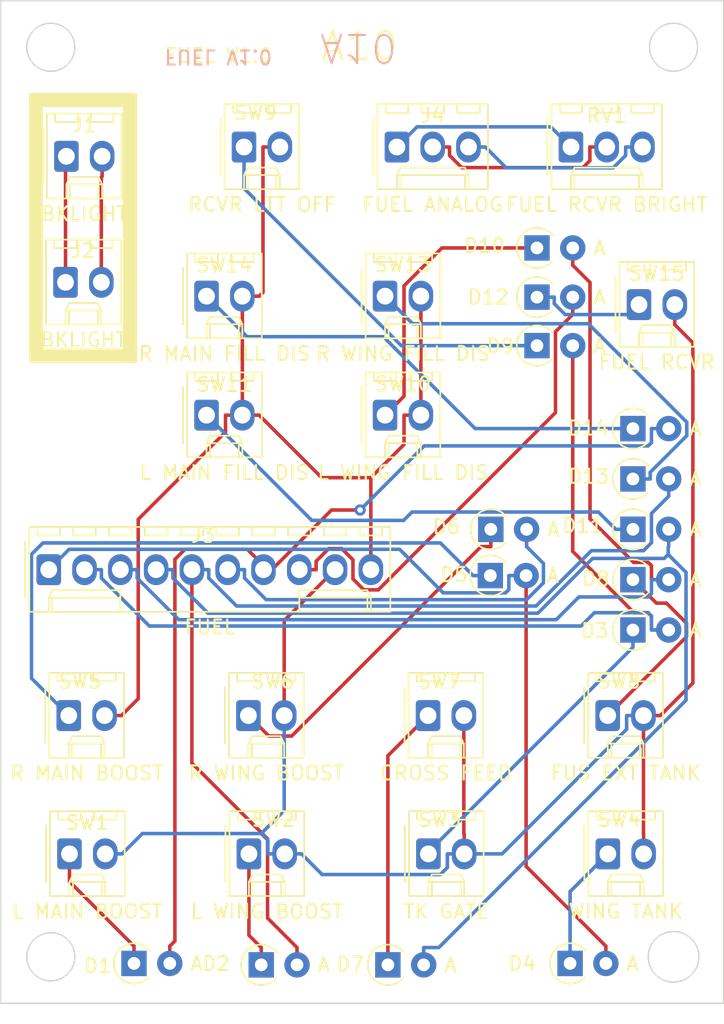
<source format=kicad_pcb>
(kicad_pcb (version 20221018) (generator pcbnew)
  (layers (0 "F.Cu" signal) (31 "B.Cu" signal) (34 "B.Paste" user) (35 "F.Paste" user) (36 "B.SilkS" user "B.Silkscreen") (37 "F.SilkS" user "F.Silkscreen") (38 "B.Mask" user) (39 "F.Mask" user) (44 "Edge.Cuts" user))
  (net 0 "")
  (net 1 "Net-(D2-K)")
  (net 2 "Net-(D1-K)")
  (net 3 "Net-(D4-K)")
  (net 4 "Net-(D6-K)")
  (net 5 "/COL6")
  (net 6 "Net-(D10-K)")
  (net 7 "Net-(D11-K)")
  (net 8 "/COL4")
  (net 9 "Net-(D3-K)")
  (net 10 "Net-(D12-K)")
  (net 11 "Net-(J1-Pin_1)")
  (net 12 "Net-(J1-Pin_2)")
  (net 13 "/ANALOG_5V")
  (net 14 "/COL1")
  (net 15 "/ANALOG_GND")
  (net 16 "/COL0")
  (net 17 "Net-(D5-K)")
  (net 18 "/COL5")
  (net 19 "Net-(D7-K)")
  (net 20 "/COL3")
  (net 21 "Net-(D8-K)")
  (net 22 "/COL2")
  (net 23 "Net-(D9-K)")
  (net 24 "/COL7")
  (net 25 "Net-(D13-K)")
  (net 26 "Net-(D14-K)")
  (net 27 "/ROW5")
  (net 28 "/ROW6")
  (net 29 "/RCVR_BRIGHT")
  (footprint "Connector_Molex:Molex_KK-254_AE-6410-02A_1x02_P2.54mm_Vertical" (layer "F.Cu") (at 133.07 73.53)
    (fp_text reference "SW10" (at 1.27 -2.21) (layer "F.SilkS"))
    (fp_text value "L WING FILL DIS" (at 1.27 4.08) (layer "F.SilkS"))
    (pad "1" thru_hole roundrect (at 0 0) (size 1.74 2.19) (drill 1.19) (layers "*.Cu" "*.Mask") (roundrect_rratio 0.1436781609) (net 6 "Net-(D10-K)"))
    (pad "2" thru_hole oval (at 2.54 0) (size 1.74 2.19) (drill 1.19) (layers "*.Cu" "*.Mask") (net 28 "/ROW6"))
  )
  (footprint "Diode_THT:D_A-405_P2.54mm_Vertical_AnodeUp" (layer "F.Cu") (at 146.2 112.42)
    (fp_text reference "D4" (at -3.405 0) (layer "F.SilkS"))
    (fp_text value "D")
    (fp_text user "A" (at 4.44 0) (layer "F.SilkS"))
    (pad "1" thru_hole rect (at 0 0) (size 1.8 1.8) (drill 0.9) (layers "*.Cu" "*.Mask") (net 3 "Net-(D4-K)"))
    (pad "2" thru_hole oval (at 2.54 0) (size 1.8 1.8) (drill 0.9) (layers "*.Cu" "*.Mask") (net 16 "/COL0"))
  )
  (footprint "Connector_Molex:Molex_KK-254_AE-6410-02A_1x02_P2.54mm_Vertical" (layer "F.Cu") (at 120.4 73.53)
    (fp_text reference "SW11" (at 1.27 -2.17) (layer "F.SilkS"))
    (fp_text value "L MAIN FILL DIS" (at 1.27 4.08) (layer "F.SilkS"))
    (pad "1" thru_hole roundrect (at 0 0) (size 1.74 2.19) (drill 1.19) (layers "*.Cu" "*.Mask") (roundrect_rratio 0.1436781609) (net 7 "Net-(D11-K)"))
    (pad "2" thru_hole oval (at 2.54 0) (size 1.74 2.19) (drill 1.19) (layers "*.Cu" "*.Mask") (net 28 "/ROW6"))
  )
  (footprint "Connector_Molex:Molex_KK-254_AE-6410-02A_1x02_P2.54mm_Vertical" (layer "F.Cu") (at 151.09 65.69)
    (fp_text reference "SW15" (at 1.26 -2.21) (layer "F.SilkS"))
    (fp_text value "FUEL RCVR" (at 1.27 4.08) (layer "F.SilkS"))
    (pad "1" thru_hole roundrect (at 0 0) (size 1.74 2.19) (drill 1.19) (layers "*.Cu" "*.Mask") (roundrect_rratio 0.1436781609) (net 10 "Net-(D12-K)"))
    (pad "2" thru_hole oval (at 2.54 0) (size 1.74 2.19) (drill 1.19) (layers "*.Cu" "*.Mask") (net 27 "/ROW5"))
  )
  (footprint "Connector_Molex:Molex_KK-254_AE-6410-02A_1x02_P2.54mm_Vertical" (layer "F.Cu") (at 123.37 94.84)
    (fp_text reference "SW6" (at 1.74 -2.43) (layer "F.SilkS"))
    (fp_text value "R WING BOOST" (at 1.27 4.08) (layer "F.SilkS"))
    (pad "1" thru_hole roundrect (at 0 0) (size 1.74 2.19) (drill 1.19) (layers "*.Cu" "*.Mask") (roundrect_rratio 0.1436781609) (net 4 "Net-(D6-K)"))
    (pad "2" thru_hole oval (at 2.54 0) (size 1.74 2.19) (drill 1.19) (layers "*.Cu" "*.Mask") (net 27 "/ROW5"))
  )
  (footprint "Connector_Molex:Molex_KK-254_AE-6410-02A_1x02_P2.54mm_Vertical" (layer "F.Cu") (at 123.06 54.51)
    (fp_text reference "SW9" (at 0.8 -2.43) (layer "F.SilkS"))
    (fp_text value "RCVR LTT OFF" (at 1.27 4.08) (layer "F.SilkS"))
    (pad "1" thru_hole roundrect (at 0 0) (size 1.74 2.19) (drill 1.19) (layers "*.Cu" "*.Mask") (roundrect_rratio 0.1436781609) (net 23 "Net-(D9-K)"))
    (pad "2" thru_hole oval (at 2.54 0) (size 1.74 2.19) (drill 1.19) (layers "*.Cu" "*.Mask") (net 28 "/ROW6"))
  )
  (footprint "Diode_THT:D_A-405_P2.54mm_Vertical_AnodeUp" (layer "F.Cu") (at 150.66 74.4838)
    (fp_text reference "D14" (at -3.17 -0.03) (layer "F.SilkS"))
    (fp_text value "D")
    (fp_text user "A" (at 4.44 0) (layer "F.SilkS"))
    (pad "1" thru_hole rect (at 0 0) (size 1.8 1.8) (drill 0.9) (layers "*.Cu" "*.Mask") (net 26 "Net-(D14-K)"))
    (pad "2" thru_hole oval (at 2.54 0) (size 1.8 1.8) (drill 0.9) (layers "*.Cu" "*.Mask") (net 5 "/COL6"))
  )
  (footprint "Connector_Molex:Molex_KK-254_AE-6410-03A_1x03_P2.54mm_Vertical" (layer "F.Cu") (at 133.91 54.51)
    (fp_text reference "J4" (at 2.54 -2.24) (layer "F.SilkS"))
    (fp_text value "FUEL ANALOG" (at 2.54 4.08) (layer "F.SilkS"))
    (pad "1" thru_hole roundrect (at 0 0) (size 1.74 2.19) (drill 1.19) (layers "*.Cu" "*.Mask") (roundrect_rratio 0.1436781609) (net 13 "/ANALOG_5V"))
    (pad "2" thru_hole oval (at 2.54 0) (size 1.74 2.19) (drill 1.19) (layers "*.Cu" "*.Mask") (net 29 "/RCVR_BRIGHT"))
    (pad "3" thru_hole oval (at 5.08 0) (size 1.74 2.19) (drill 1.19) (layers "*.Cu" "*.Mask") (net 15 "/ANALOG_GND"))
  )
  (footprint "Diode_THT:D_A-405_P2.54mm_Vertical_AnodeUp" (layer "F.Cu") (at 143.85 61.67)
    (fp_text reference "D10" (at -3.72 -0.17) (layer "F.SilkS"))
    (fp_text value "D")
    (fp_text user "A" (at 4.44 0) (layer "F.SilkS"))
    (pad "1" thru_hole rect (at 0 0) (size 1.8 1.8) (drill 0.9) (layers "*.Cu" "*.Mask") (net 6 "Net-(D10-K)"))
    (pad "2" thru_hole oval (at 2.54 0) (size 1.8 1.8) (drill 0.9) (layers "*.Cu" "*.Mask") (net 22 "/COL2"))
  )
  (footprint "Diode_THT:D_A-405_P2.54mm_Vertical_AnodeUp" (layer "F.Cu") (at 133.27 112.52)
    (fp_text reference "D7" (at -2.68 -0.05) (layer "F.SilkS"))
    (fp_text value "D")
    (fp_text user "A" (at 4.44 0) (layer "F.SilkS"))
    (pad "1" thru_hole rect (at 0 0) (size 1.8 1.8) (drill 0.9) (layers "*.Cu" "*.Mask") (net 19 "Net-(D7-K)"))
    (pad "2" thru_hole oval (at 2.54 0) (size 1.8 1.8) (drill 0.9) (layers "*.Cu" "*.Mask") (net 20 "/COL3"))
  )
  (footprint "Connector_Molex:Molex_KK-254_AE-6410-02A_1x02_P2.54mm_Vertical" (layer "F.Cu") (at 110.39 64.11)
    (fp_text reference "J2" (at 1.24 -2.24) (layer "F.SilkS"))
    (fp_text value "BKLIGHT" (at 1.27 4.08) (layer "F.SilkS"))
    (pad "1" thru_hole roundrect (at 0 0) (size 1.74 2.19) (drill 1.19) (layers "*.Cu" "*.Mask") (roundrect_rratio 0.1436781609) (net 11 "Net-(J1-Pin_1)"))
    (pad "2" thru_hole oval (at 2.54 0) (size 1.74 2.19) (drill 1.19) (layers "*.Cu" "*.Mask") (net 12 "Net-(J1-Pin_2)"))
  )
  (footprint "Connector_Molex:Molex_KK-254_AE-6410-02A_1x02_P2.54mm_Vertical" (layer "F.Cu") (at 133.07 65.09)
    (fp_text reference "SW13" (at 1.26 -2.22) (layer "F.SilkS"))
    (fp_text value "R WING FILL DIS" (at 1.27 4.08) (layer "F.SilkS"))
    (pad "1" thru_hole roundrect (at 0 0) (size 1.74 2.19) (drill 1.19) (layers "*.Cu" "*.Mask") (roundrect_rratio 0.1436781609) (net 25 "Net-(D13-K)"))
    (pad "2" thru_hole oval (at 2.54 0) (size 1.74 2.19) (drill 1.19) (layers "*.Cu" "*.Mask") (net 28 "/ROW6"))
  )
  (footprint "Diode_THT:D_A-405_P2.54mm_Vertical_AnodeUp" (layer "F.Cu") (at 150.66 81.6269)
    (fp_text reference "D11" (at -3.565 -0.25) (layer "F.SilkS"))
    (fp_text value "D")
    (fp_text user "A" (at 4.44 0) (layer "F.SilkS"))
    (pad "1" thru_hole rect (at 0 0) (size 1.8 1.8) (drill 0.9) (layers "*.Cu" "*.Mask") (net 7 "Net-(D11-K)"))
    (pad "2" thru_hole oval (at 2.54 0) (size 1.8 1.8) (drill 0.9) (layers "*.Cu" "*.Mask") (net 20 "/COL3"))
  )
  (footprint "Diode_THT:D_A-405_P2.54mm_Vertical_AnodeUp" (layer "F.Cu") (at 150.66 78.0553)
    (fp_text reference "D13" (at -3.14 -0.18) (layer "F.SilkS"))
    (fp_text value "D")
    (fp_text user "A" (at 4.44 0) (layer "F.SilkS"))
    (pad "1" thru_hole rect (at 0 0) (size 1.8 1.8) (drill 0.9) (layers "*.Cu" "*.Mask") (net 25 "Net-(D13-K)"))
    (pad "2" thru_hole oval (at 2.54 0) (size 1.8 1.8) (drill 0.9) (layers "*.Cu" "*.Mask") (net 8 "/COL4"))
  )
  (footprint "Diode_THT:D_A-405_P2.54mm_Vertical_AnodeUp" (layer "F.Cu") (at 143.85 65.16)
    (fp_text reference "D12" (at -3.46 0) (layer "F.SilkS"))
    (fp_text value "D")
    (fp_text user "A" (at 4.44 0) (layer "F.SilkS"))
    (pad "1" thru_hole rect (at 0 0) (size 1.8 1.8) (drill 0.9) (layers "*.Cu" "*.Mask") (net 10 "Net-(D12-K)"))
    (pad "2" thru_hole oval (at 2.54 0) (size 1.8 1.8) (drill 0.9) (layers "*.Cu" "*.Mask") (net 24 "/COL7"))
  )
  (footprint "Connector_Molex:Molex_KK-254_AE-6410-10A_1x10_P2.54mm_Vertical" (layer "F.Cu") (at 109.2 84.49)
    (fp_text reference "J3" (at 10.96 -2.43) (layer "F.SilkS"))
    (fp_text value "FUEL" (at 11.43 4.08) (layer "F.SilkS"))
    (pad "1" thru_hole roundrect (at 0 0) (size 1.74 2.19) (drill 1.19) (layers "*.Cu" "*.Mask") (roundrect_rratio 0.1436781609) (net 16 "/COL0"))
    (pad "2" thru_hole oval (at 2.54 0) (size 1.74 2.19) (drill 1.19) (layers "*.Cu" "*.Mask") (net 14 "/COL1"))
    (pad "3" thru_hole oval (at 5.08 0) (size 1.74 2.19) (drill 1.19) (layers "*.Cu" "*.Mask") (net 22 "/COL2"))
    (pad "4" thru_hole oval (at 7.62 0) (size 1.74 2.19) (drill 1.19) (layers "*.Cu" "*.Mask") (net 20 "/COL3"))
    (pad "5" thru_hole oval (at 10.16 0) (size 1.74 2.19) (drill 1.19) (layers "*.Cu" "*.Mask") (net 8 "/COL4"))
    (pad "6" thru_hole oval (at 12.7 0) (size 1.74 2.19) (drill 1.19) (layers "*.Cu" "*.Mask") (net 18 "/COL5"))
    (pad "7" thru_hole oval (at 15.24 0) (size 1.74 2.19) (drill 1.19) (layers "*.Cu" "*.Mask") (net 5 "/COL6"))
    (pad "8" thru_hole oval (at 17.78 0) (size 1.74 2.19) (drill 1.19) (layers "*.Cu" "*.Mask") (net 24 "/COL7"))
    (pad "9" thru_hole oval (at 20.32 0) (size 1.74 2.19) (drill 1.19) (layers "*.Cu" "*.Mask") (net 27 "/ROW5"))
    (pad "10" thru_hole oval (at 22.86 0) (size 1.74 2.19) (drill 1.19) (layers "*.Cu" "*.Mask") (net 28 "/ROW6"))
  )
  (footprint "Diode_THT:D_A-405_P2.54mm_Vertical_AnodeUp" (layer "F.Cu") (at 143.85 68.6)
    (fp_text reference "D9" (at -2.6 0.03) (layer "F.SilkS"))
    (fp_text value "D")
    (fp_text user "A" (at 4.44 0) (layer "F.SilkS"))
    (pad "1" thru_hole rect (at 0 0) (size 1.8 1.8) (drill 0.9) (layers "*.Cu" "*.Mask") (net 23 "Net-(D9-K)"))
    (pad "2" thru_hole oval (at 2.54 0) (size 1.8 1.8) (drill 0.9) (layers "*.Cu" "*.Mask") (net 14 "/COL1"))
  )
  (footprint "Connector_Molex:Molex_KK-254_AE-6410-02A_1x02_P2.54mm_Vertical" (layer "F.Cu") (at 148.87 94.84)
    (fp_text reference "SW8" (at 0.8 -2.43) (layer "F.SilkS"))
    (fp_text value "FUS EXT TANK" (at 1.27 4.08) (layer "F.SilkS"))
    (pad "1" thru_hole roundrect (at 0 0) (size 1.74 2.19) (drill 1.19) (layers "*.Cu" "*.Mask") (roundrect_rratio 0.1436781609) (net 21 "Net-(D8-K)"))
    (pad "2" thru_hole oval (at 2.54 0) (size 1.74 2.19) (drill 1.19) (layers "*.Cu" "*.Mask") (net 27 "/ROW5"))
  )
  (footprint "Diode_THT:D_A-405_P2.54mm_Vertical_AnodeUp" (layer "F.Cu") (at 150.66 88.77)
    (fp_text reference "D3" (at -2.7 0.06) (layer "F.SilkS"))
    (fp_text value "D")
    (fp_text user "A" (at 4.44 0) (layer "F.SilkS"))
    (pad "1" thru_hole rect (at 0 0) (size 1.8 1.8) (drill 0.9) (layers "*.Cu" "*.Mask") (net 9 "Net-(D3-K)"))
    (pad "2" thru_hole oval (at 2.54 0) (size 1.8 1.8) (drill 0.9) (layers "*.Cu" "*.Mask") (net 14 "/COL1"))
  )
  (footprint "Diode_THT:D_A-405_P2.54mm_Vertical_AnodeUp" (layer "F.Cu") (at 140.575 81.63)
    (fp_text reference "D6" (at -3.15 -0.185) (layer "F.SilkS"))
    (fp_text value "D")
    (fp_text user "A" (at 4.44 0) (layer "F.SilkS"))
    (pad "1" thru_hole rect (at 0 0) (size 1.8 1.8) (drill 0.9) (layers "*.Cu" "*.Mask") (net 4 "Net-(D6-K)"))
    (pad "2" thru_hole oval (at 2.54 0) (size 1.8 1.8) (drill 0.9) (layers "*.Cu" "*.Mask") (net 18 "/COL5"))
  )
  (footprint "Connector_Molex:Molex_KK-254_AE-6410-02A_1x02_P2.54mm_Vertical" (layer "F.Cu") (at 110.67 104.65)
    (fp_text reference "SW1" (at 1.26 -2.21) (layer "F.SilkS"))
    (fp_text value "L MAIN BOOST" (at 1.27 4.08) (layer "F.SilkS"))
    (pad "1" thru_hole roundrect (at 0 0) (size 1.74 2.19) (drill 1.19) (layers "*.Cu" "*.Mask") (roundrect_rratio 0.1436781609) (net 2 "Net-(D1-K)"))
    (pad "2" thru_hole oval (at 2.54 0) (size 1.74 2.19) (drill 1.19) (layers "*.Cu" "*.Mask") (net 27 "/ROW5"))
  )
  (footprint "Diode_THT:D_A-405_P2.54mm_Vertical_AnodeUp" (layer "F.Cu") (at 140.54 84.91)
    (fp_text reference "D5" (at -2.58 -0.06) (layer "F.SilkS"))
    (fp_text value "D")
    (fp_text user "A" (at 4.44 0) (layer "F.SilkS"))
    (pad "1" thru_hole rect (at 0 0) (size 1.8 1.8) (drill 0.9) (layers "*.Cu" "*.Mask") (net 17 "Net-(D5-K)"))
    (pad "2" thru_hole oval (at 2.54 0) (size 1.8 1.8) (drill 0.9) (layers "*.Cu" "*.Mask") (net 16 "/COL0"))
  )
  (footprint "Connector_Molex:Molex_KK-254_AE-6410-03A_1x03_P2.54mm_Vertical" (layer "F.Cu") (at 146.26 54.51)
    (fp_text reference "RV1" (at 2.54 -2.23) (layer "F.SilkS"))
    (fp_text value "FUEL RCVR BRIGHT" (at 2.54 4.08) (layer "F.SilkS"))
    (pad "1" thru_hole roundrect (at 0 0) (size 1.74 2.19) (drill 1.19) (layers "*.Cu" "*.Mask") (roundrect_rratio 0.1436781609) (net 13 "/ANALOG_5V"))
    (pad "2" thru_hole oval (at 2.54 0) (size 1.74 2.19) (drill 1.19) (layers "*.Cu" "*.Mask") (net 29 "/RCVR_BRIGHT"))
    (pad "3" thru_hole oval (at 5.08 0) (size 1.74 2.19) (drill 1.19) (layers "*.Cu" "*.Mask") (net 15 "/ANALOG_GND"))
  )
  (footprint "Diode_THT:D_A-405_P2.54mm_Vertical_AnodeUp" (layer "F.Cu") (at 115.25 112.42)
    (fp_text reference "D1" (at -2.57 0.18) (layer "F.SilkS"))
    (fp_text value "D")
    (fp_text user "A" (at 4.44 0) (layer "F.SilkS"))
    (pad "1" thru_hole rect (at 0 0) (size 1.8 1.8) (drill 0.9) (layers "*.Cu" "*.Mask") (net 2 "Net-(D1-K)"))
    (pad "2" thru_hole oval (at 2.54 0) (size 1.8 1.8) (drill 0.9) (layers "*.Cu" "*.Mask") (net 5 "/COL6"))
  )
  (footprint "Connector_Molex:Molex_KK-254_AE-6410-02A_1x02_P2.54mm_Vertical" (layer "F.Cu") (at 123.4067 104.65)
    (fp_text reference "SW2" (at 1.74 -2.43) (layer "F.SilkS"))
    (fp_text value "L WING BOOST" (at 1.27 4.08) (layer "F.SilkS"))
    (pad "1" thru_hole roundrect (at 0 0) (size 1.74 2.19) (drill 1.19) (layers "*.Cu" "*.Mask") (roundrect_rratio 0.1436781609) (net 1 "Net-(D2-K)"))
    (pad "2" thru_hole oval (at 2.54 0) (size 1.74 2.19) (drill 1.19) (layers "*.Cu" "*.Mask") (net 27 "/ROW5"))
  )
  (footprint "Connector_Molex:Molex_KK-254_AE-6410-02A_1x02_P2.54mm_Vertical" (layer "F.Cu") (at 136.1433 104.65)
    (fp_text reference "SW3" (at 0.8 -2.43) (layer "F.SilkS"))
    (fp_text value "TK GATE" (at 1.27 4.08) (layer "F.SilkS"))
    (pad "1" thru_hole roundrect (at 0 0) (size 1.74 2.19) (drill 1.19) (layers "*.Cu" "*.Mask") (roundrect_rratio 0.1436781609) (net 9 "Net-(D3-K)"))
    (pad "2" thru_hole oval (at 2.54 0) (size 1.74 2.19) (drill 1.19) (layers "*.Cu" "*.Mask") (net 27 "/ROW5"))
  )
  (footprint "Connector_Molex:Molex_KK-254_AE-6410-02A_1x02_P2.54mm_Vertical" (layer "F.Cu") (at 110.45 55.17)
    (fp_text reference "J1" (at 1.27 -2.22) (layer "F.SilkS"))
    (fp_text value "BKLIGHT" (at 1.27 4.08) (layer "F.SilkS"))
    (pad "1" thru_hole roundrect (at 0 0) (size 1.74 2.19) (drill 1.19) (layers "*.Cu" "*.Mask") (roundrect_rratio 0.1436781609) (net 11 "Net-(J1-Pin_1)"))
    (pad "2" thru_hole oval (at 2.54 0) (size 1.74 2.19) (drill 1.19) (layers "*.Cu" "*.Mask") (net 12 "Net-(J1-Pin_2)"))
  )
  (footprint "Connector_Molex:Molex_KK-254_AE-6410-02A_1x02_P2.54mm_Vertical" (layer "F.Cu") (at 120.4 65.09)
    (fp_text reference "SW14" (at 1.26 -2.2) (layer "F.SilkS"))
    (fp_text value "R MAIN FILL DIS" (at 1.27 4.08) (layer "F.SilkS"))
    (pad "1" thru_hole roundrect (at 0 0) (size 1.74 2.19) (drill 1.19) (layers "*.Cu" "*.Mask") (roundrect_rratio 0.1436781609) (net 26 "Net-(D14-K)"))
    (pad "2" thru_hole oval (at 2.54 0) (size 1.74 2.19) (drill 1.19) (layers "*.Cu" "*.Mask") (net 28 "/ROW6"))
  )
  (footprint "Connector_Molex:Molex_KK-254_AE-6410-02A_1x02_P2.54mm_Vertical" (layer "F.Cu") (at 148.88 104.65)
    (fp_text reference "SW4" (at 0.8 -2.43) (layer "F.SilkS"))
    (fp_text value "WING TANK" (at 1.27 4.08) (layer "F.SilkS"))
    (pad "1" thru_hole roundrect (at 0 0) (size 1.74 2.19) (drill 1.19) (layers "*.Cu" "*.Mask") (roundrect_rratio 0.1436781609) (net 3 "Net-(D4-K)"))
    (pad "2" thru_hole oval (at 2.54 0) (size 1.74 2.19) (drill 1.19) (layers "*.Cu" "*.Mask") (net 27 "/ROW5"))
  )
  (footprint "Connector_Molex:Molex_KK-254_AE-6410-02A_1x02_P2.54mm_Vertical" (layer "F.Cu") (at 136.12 94.84)
    (fp_text reference "SW7" (at 0.8 -2.43) (layer "F.SilkS"))
    (fp_text value "CROSS FEED" (at 1.27 4.08) (layer "F.SilkS"))
    (pad "1" thru_hole roundrect (at 0 0) (size 1.74 2.19) (drill 1.19) (layers "*.Cu" "*.Mask") (roundrect_rratio 0.1436781609) (net 19 "Net-(D7-K)"))
    (pad "2" thru_hole oval (at 2.54 0) (size 1.74 2.19) (drill 1.19) (layers "*.Cu" "*.Mask") (net 27 "/ROW5"))
  )
  (footprint "Diode_THT:D_A-405_P2.54mm_Vertical_AnodeUp" (layer "F.Cu") (at 124.28 112.52)
    (fp_text reference "D2" (at -3.21 -0.08) (layer "F.SilkS"))
    (fp_text value "D")
    (fp_text user "A" (at 4.44 0) (layer "F.SilkS"))
    (pad "1" thru_hole rect (at 0 0) (size 1.8 1.8) (drill 0.9) (layers "*.Cu" "*.Mask") (net 1 "Net-(D2-K)"))
    (pad "2" thru_hole oval (at 2.54 0) (size 1.8 1.8) (drill 0.9) (layers "*.Cu" "*.Mask") (net 8 "/COL4"))
  )
  (footprint "Diode_THT:D_A-405_P2.54mm_Vertical_AnodeUp" (layer "F.Cu") (at 150.66 85.1984)
    (fp_text reference "D8" (at -2.63 -0.04) (layer "F.SilkS"))
    (fp_text value "D")
    (fp_text user "A" (at 4.44 0) (layer "F.SilkS"))
    (pad "1" thru_hole rect (at 0 0) (size 1.8 1.8) (drill 0.9) (layers "*.Cu" "*.Mask") (net 21 "Net-(D8-K)"))
    (pad "2" thru_hole oval (at 2.54 0) (size 1.8 1.8) (drill 0.9) (layers "*.Cu" "*.Mask") (net 22 "/COL2"))
  )
  (footprint "Connector_Molex:Molex_KK-254_AE-6410-02A_1x02_P2.54mm_Vertical" (layer "F.Cu") (at 110.62 94.84)
    (fp_text reference "SW5" (at 0.8 -2.43) (layer "F.SilkS"))
    (fp_text value "R MAIN BOOST" (at 1.27 4.08) (layer "F.SilkS"))
    (pad "1" thru_hole roundrect (at 0 0) (size 1.74 2.19) (drill 1.19) (layers "*.Cu" "*.Mask") (roundrect_rratio 0.1436781609) (net 17 "Net-(D5-K)"))
    (pad "2" thru_hole oval (at 2.54 0) (size 1.74 2.19) (drill 1.19) (layers "*.Cu" "*.Mask") (net 28 "/ROW6"))
  )
  (gr_rect (start 114.53 50.7546) (end 115.39 69.74) (stroke (width 0.15)) (fill solid) (layer "F.SilkS"))
  (gr_rect (start 107.85 51.5823) (end 108.71 68.9177) (stroke (width 0.15)) (fill solid) (layer "F.SilkS"))
  (gr_rect (start 107.89 68.88) (end 115.39 69.74) (stroke (width 0.15)) (fill solid) (layer "F.SilkS"))
  (gr_rect (start 107.88 50.7423) (end 114.87 51.6023) (stroke (width 0.15)) (fill solid) (layer "F.SilkS"))
  (gr_rect locked (start 105.79 44.132) (end 157.098 115.252) (stroke (width 0.1)) (fill none) (layer "Edge.Cuts"))
  (gr_circle locked (center 153.542 47.434) (end 154.304 45.91) (stroke (width 0.1)) (fill none) (layer "Edge.Cuts"))
  (gr_circle locked (center 109.346 47.434) (end 110.108 45.91) (stroke (width 0.1)) (fill none) (layer "Edge.Cuts"))
  (gr_circle locked (center 109.346 111.95) (end 110.108 110.426) (stroke (width 0.1)) (fill none) (layer "Edge.Cuts"))
  (gr_circle locked (center 153.542 111.95) (end 153.796 110.172) (stroke (width 0.1)) (fill none) (layer "Edge.Cuts"))
  (gr_text "FUEL V1.0" (at 117.33 47.53 180) (layer "B.SilkS") (effects (font (size 1 1)) (justify left bottom mirror)))
  (gr_text "A10" (at 128.32 46.31 180) (layer "B.SilkS") (effects (font (size 2 2)) (justify left bottom mirror)))
  (gr_text "A10" (at 128.4 48.54) (layer "F.SilkS") (effects (font (size 2 2)) (justify left bottom)))
  (gr_text "FUEL V1.0" (at 117.33 48.63) (layer "F.SilkS") (effects (font (size 1 1)) (justify left bottom)))
  (segment (start 124.28 111.2947) (end 123.4067 110.4214) (width 0.25) (layer "F.Cu") (net 1))
  (segment (start 124.28 112.52) (end 124.28 111.2947) (width 0.25) (layer "F.Cu") (net 1))
  (segment (start 123.4067 110.4214) (end 123.4067 104.65) (width 0.25) (layer "F.Cu") (net 1))
  (segment (start 115.25 112.42) (end 115.25 111.1947) (width 0.25) (layer "F.Cu") (net 2))
  (segment (start 110.67 106.6147) (end 110.67 104.65) (width 0.25) (layer "F.Cu") (net 2))
  (segment (start 115.25 111.1947) (end 110.67 106.6147) (width 0.25) (layer "F.Cu") (net 2))
  (segment (start 146.2 107.33) (end 148.88 104.65) (width 0.25) (layer "B.Cu") (net 3))
  (segment (start 146.2 112.42) (end 146.2 107.33) (width 0.25) (layer "B.Cu") (net 3))
  (segment (start 124.8221 96.2921) (end 123.37 94.84) (width 0.25) (layer "F.Cu") (net 4))
  (segment (start 126.4455 96.2921) (end 124.8221 96.2921) (width 0.25) (layer "F.Cu") (net 4))
  (segment (start 140.575 81.63) (end 140.575 82.8553) (width 0.25) (layer "F.Cu") (net 4))
  (segment (start 139.8823 82.8553) (end 126.4455 96.2921) (width 0.25) (layer "F.Cu") (net 4))
  (segment (start 140.575 82.8553) (end 139.8823 82.8553) (width 0.25) (layer "F.Cu") (net 4))
  (segment (start 125.0377 84.49) (end 129.2694 80.2583) (width 0.25) (layer "F.Cu") (net 5))
  (segment (start 124.7389 84.49) (end 123.2921 83.0432) (width 0.25) (layer "F.Cu") (net 5))
  (segment (start 124.7389 84.49) (end 125.0377 84.49) (width 0.25) (layer "F.Cu") (net 5))
  (segment (start 123.2921 83.0432) (end 118.8695 83.0432) (width 0.25) (layer "F.Cu") (net 5))
  (segment (start 124.44 84.49) (end 124.7389 84.49) (width 0.25) (layer "F.Cu") (net 5))
  (segment (start 117.79 112.42) (end 117.79 111.1947) (width 0.25) (layer "F.Cu") (net 5))
  (segment (start 118.1529 110.8318) (end 117.79 111.1947) (width 0.25) (layer "F.Cu") (net 5))
  (segment (start 118.1529 83.7598) (end 118.1529 110.8318) (width 0.25) (layer "F.Cu") (net 5))
  (segment (start 118.8695 83.0432) (end 118.1529 83.7598) (width 0.25) (layer "F.Cu") (net 5))
  (segment (start 129.2694 80.2583) (end 131.2968 80.2583) (width 0.25) (layer "F.Cu") (net 5))
  (via (at 131.2968 80.2583) (size 0.8) (drill 0.4) (layers "F.Cu" "B.Cu") (net 5))
  (segment (start 131.2968 80.2583) (end 135.846 75.7091) (width 0.25) (layer "B.Cu") (net 5))
  (segment (start 135.846 75.7091) (end 151.745 75.7091) (width 0.25) (layer "B.Cu") (net 5))
  (segment (start 151.9747 75.4794) (end 151.9747 74.4838) (width 0.25) (layer "B.Cu") (net 5))
  (segment (start 153.2 74.4838) (end 151.9747 74.4838) (width 0.25) (layer "B.Cu") (net 5))
  (segment (start 151.745 75.7091) (end 151.9747 75.4794) (width 0.25) (layer "B.Cu") (net 5))
  (segment (start 137.101 61.67) (end 134.4146 64.3564) (width 0.25) (layer "F.Cu") (net 6))
  (segment (start 134.4146 72.1854) (end 133.07 73.53) (width 0.25) (layer "F.Cu") (net 6))
  (segment (start 134.4146 64.3564) (end 134.4146 72.1854) (width 0.25) (layer "F.Cu") (net 6))
  (segment (start 143.85 61.67) (end 137.101 61.67) (width 0.25) (layer "F.Cu") (net 6))
  (segment (start 127.864 80.994) (end 134.3862 80.994) (width 0.25) (layer "B.Cu") (net 7))
  (segment (start 134.9786 80.4016) (end 148.2094 80.4016) (width 0.25) (layer "B.Cu") (net 7))
  (segment (start 148.2094 80.4016) (end 149.4347 81.6269) (width 0.25) (layer "B.Cu") (net 7))
  (segment (start 134.3862 80.994) (end 134.9786 80.4016) (width 0.25) (layer "B.Cu") (net 7))
  (segment (start 150.66 81.6269) (end 149.4347 81.6269) (width 0.25) (layer "B.Cu") (net 7))
  (segment (start 120.4 73.53) (end 127.864 80.994) (width 0.25) (layer "B.Cu") (net 7))
  (segment (start 124.7304 103.5822) (end 124.7304 109.2051) (width 0.25) (layer "F.Cu") (net 8))
  (segment (start 119.36 98.2118) (end 124.7304 103.5822) (width 0.25) (layer "F.Cu") (net 8))
  (segment (start 119.36 84.49) (end 119.36 98.2118) (width 0.25) (layer "F.Cu") (net 8))
  (segment (start 124.7304 109.2051) (end 126.82 111.2947) (width 0.25) (layer "F.Cu") (net 8))
  (segment (start 126.82 112.52) (end 126.82 111.2947) (width 0.25) (layer "F.Cu") (net 8))
  (segment (start 153.2 79.2806) (end 151.9747 80.5059) (width 0.25) (layer "B.Cu") (net 8))
  (segment (start 151.9747 82.5793) (end 151.4112 83.1428) (width 0.25) (layer "B.Cu") (net 8))
  (segment (start 122.5366 87.0689) (end 120.5553 85.0876) (width 0.25) (layer "B.Cu") (net 8))
  (segment (start 143.7851 87.0689) (end 122.5366 87.0689) (width 0.25) (layer "B.Cu") (net 8))
  (segment (start 153.2 78.0553) (end 153.2 79.2806) (width 0.25) (layer "B.Cu") (net 8))
  (segment (start 147.7112 83.1428) (end 143.7851 87.0689) (width 0.25) (layer "B.Cu") (net 8))
  (segment (start 151.9747 80.5059) (end 151.9747 82.5793) (width 0.25) (layer "B.Cu") (net 8))
  (segment (start 120.5553 85.0876) (end 120.5553 84.49) (width 0.25) (layer "B.Cu") (net 8))
  (segment (start 151.4112 83.1428) (end 147.7112 83.1428) (width 0.25) (layer "B.Cu") (net 8))
  (segment (start 119.36 84.49) (end 120.5553 84.49) (width 0.25) (layer "B.Cu") (net 8))
  (segment (start 136.1433 104.512) (end 136.1433 104.65) (width 0.25) (layer "B.Cu") (net 9))
  (segment (start 150.66 89.9953) (end 136.1433 104.512) (width 0.25) (layer "B.Cu") (net 9))
  (segment (start 150.66 88.77) (end 150.66 89.9953) (width 0.25) (layer "B.Cu") (net 9))
  (segment (start 143.85 65.16) (end 145.0753 65.16) (width 0.25) (layer "B.Cu") (net 10))
  (segment (start 145.0753 65.16) (end 145.0753 65.6195) (width 0.25) (layer "B.Cu") (net 10))
  (segment (start 145.0753 65.6195) (end 145.8523 66.3965) (width 0.25) (layer "B.Cu") (net 10))
  (segment (start 150.3835 66.3965) (end 151.09 65.69) (width 0.25) (layer "B.Cu") (net 10))
  (segment (start 145.8523 66.3965) (end 150.3835 66.3965) (width 0.25) (layer "B.Cu") (net 10))
  (segment (start 110.39 55.23) (end 110.39 64.11) (width 0.25) (layer "F.Cu") (net 11))
  (segment (start 110.45 55.17) (end 110.39 55.23) (width 0.25) (layer "F.Cu") (net 11))
  (segment (start 112.99 56.5903) (end 112.93 56.6503) (width 0.25) (layer "F.Cu") (net 12))
  (segment (start 112.93 56.6503) (end 112.93 64.11) (width 0.25) (layer "F.Cu") (net 12))
  (segment (start 112.99 55.17) (end 112.99 56.5903) (width 0.25) (layer "F.Cu") (net 12))
  (segment (start 144.8303 53.0803) (end 135.3397 53.0803) (width 0.25) (layer "B.Cu") (net 13))
  (segment (start 135.3397 53.0803) (end 133.91 54.51) (width 0.25) (layer "B.Cu") (net 13))
  (segment (start 146.26 54.51) (end 144.8303 53.0803) (width 0.25) (layer "B.Cu") (net 13))
  (segment (start 146.39 83.1975) (end 146.39 68.6) (width 0.25) (layer "F.Cu") (net 14))
  (segment (start 151.9747 88.77) (end 151.9747 87.7744) (width 0.25) (layer "F.Cu") (net 14))
  (segment (start 151.9747 87.7744) (end 151.745 87.5447) (width 0.25) (layer "F.Cu") (net 14))
  (segment (start 150.7372 87.5447) (end 146.39 83.1975) (width 0.25) (layer "F.Cu") (net 14))
  (segment (start 151.745 87.5447) (end 150.7372 87.5447) (width 0.25) (layer "F.Cu") (net 14))
  (segment (start 153.2 88.77) (end 151.9747 88.77) (width 0.25) (layer "F.Cu") (net 14))
  (segment (start 116.3356 88.488) (end 146.9802 88.488) (width 0.25) (layer "B.Cu") (net 14))
  (segment (start 151.745 87.5447) (end 151.9747 87.7744) (width 0.25) (layer "B.Cu") (net 14))
  (segment (start 112.9353 84.49) (end 112.9353 85.0877) (width 0.25) (layer "B.Cu") (net 14))
  (segment (start 147.9235 87.5447) (end 151.745 87.5447) (width 0.25) (layer "B.Cu") (net 14))
  (segment (start 112.9353 85.0877) (end 116.3356 88.488) (width 0.25) (layer "B.Cu") (net 14))
  (segment (start 151.9747 87.7744) (end 151.9747 88.77) (width 0.25) (layer "B.Cu") (net 14))
  (segment (start 153.2 88.77) (end 151.9747 88.77) (width 0.25) (layer "B.Cu") (net 14))
  (segment (start 111.74 84.49) (end 112.9353 84.49) (width 0.25) (layer "B.Cu") (net 14))
  (segment (start 146.9802 88.488) (end 147.9235 87.5447) (width 0.25) (layer "B.Cu") (net 14))
  (segment (start 150.1447 55.1076) (end 149.2676 55.9847) (width 0.25) (layer "B.Cu") (net 15))
  (segment (start 138.99 54.51) (end 140.1853 54.51) (width 0.25) (layer "B.Cu") (net 15))
  (segment (start 141.66 55.9847) (end 140.1853 54.51) (width 0.25) (layer "B.Cu") (net 15))
  (segment (start 149.2676 55.9847) (end 141.66 55.9847) (width 0.25) (layer "B.Cu") (net 15))
  (segment (start 150.1447 54.51) (end 150.1447 55.1076) (width 0.25) (layer "B.Cu") (net 15))
  (segment (start 151.34 54.51) (end 150.1447 54.51) (width 0.25) (layer "B.Cu") (net 15))
  (segment (start 143.08 105.5347) (end 148.74 111.1947) (width 0.25) (layer "F.Cu") (net 16))
  (segment (start 148.74 112.42) (end 148.74 111.1947) (width 0.25) (layer "F.Cu") (net 16))
  (segment (start 143.08 84.91) (end 143.08 105.5347) (width 0.25) (layer "F.Cu") (net 16))
  (segment (start 143.08 84.91) (end 141.8547 84.91) (width 0.25) (layer "B.Cu") (net 16))
  (segment (start 109.2 84.49) (end 110.645 83.045) (width 0.25) (layer "B.Cu") (net 16))
  (segment (start 141.625 86.1353) (end 141.8547 85.9056) (width 0.25) (layer "B.Cu") (net 16))
  (segment (start 137.1926 86.1353) (end 141.625 86.1353) (width 0.25) (layer "B.Cu") (net 16))
  (segment (start 110.645 83.045) (end 134.1023 83.045) (width 0.25) (layer "B.Cu") (net 16))
  (segment (start 134.1023 83.045) (end 137.1926 86.1353) (width 0.25) (layer "B.Cu") (net 16))
  (segment (start 141.8547 85.9056) (end 141.8547 84.91) (width 0.25) (layer "B.Cu") (net 16))
  (segment (start 108.7858 82.5946) (end 107.9766 83.4038) (width 0.25) (layer "B.Cu") (net 17))
  (segment (start 107.9766 92.1966) (end 110.62 94.84) (width 0.25) (layer "B.Cu") (net 17))
  (segment (start 140.54 84.91) (end 139.3147 84.91) (width 0.25) (layer "B.Cu") (net 17))
  (segment (start 136.9993 82.5946) (end 108.7858 82.5946) (width 0.25) (layer "B.Cu") (net 17))
  (segment (start 139.3147 84.91) (end 136.9993 82.5946) (width 0.25) (layer "B.Cu") (net 17))
  (segment (start 107.9766 83.4038) (end 107.9766 92.1966) (width 0.25) (layer "B.Cu") (net 17))
  (segment (start 143.115 81.63) (end 143.115 82.8553) (width 0.25) (layer "B.Cu") (net 18))
  (segment (start 124.6261 86.6185) (end 123.0953 85.0877) (width 0.25) (layer "B.Cu") (net 18))
  (segment (start 143.115 82.8553) (end 144.3075 84.0478) (width 0.25) (layer "B.Cu") (net 18))
  (segment (start 144.3075 85.4242) (end 143.1132 86.6185) (width 0.25) (layer "B.Cu") (net 18))
  (segment (start 144.3075 84.0478) (end 144.3075 85.4242) (width 0.25) (layer "B.Cu") (net 18))
  (segment (start 121.9 84.49) (end 123.0953 84.49) (width 0.25) (layer "B.Cu") (net 18))
  (segment (start 143.1132 86.6185) (end 124.6261 86.6185) (width 0.25) (layer "B.Cu") (net 18))
  (segment (start 123.0953 85.0877) (end 123.0953 84.49) (width 0.25) (layer "B.Cu") (net 18))
  (segment (start 133.27 112.52) (end 133.27 97.69) (width 0.25) (layer "F.Cu") (net 19))
  (segment (start 133.27 97.69) (end 136.12 94.84) (width 0.25) (layer "F.Cu") (net 19))
  (segment (start 116.82 84.49) (end 118.0153 84.49) (width 0.25) (layer "B.Cu") (net 20))
  (segment (start 135.81 111.2947) (end 136.8821 111.2947) (width 0.25) (layer "B.Cu") (net 20))
  (segment (start 120.5044 87.5768) (end 118.0153 85.0877) (width 0.25) (layer "B.Cu") (net 20))
  (segment (start 153.165 83.4126) (end 152.8853 83.6923) (width 0.25) (layer "B.Cu") (net 20))
  (segment (start 118.0153 85.0877) (end 118.0153 84.49) (width 0.25) (layer "B.Cu") (net 20))
  (segment (start 147.7986 83.6923) (end 143.9141 87.5768) (width 0.25) (layer "B.Cu") (net 20))
  (segment (start 143.9141 87.5768) (end 120.5044 87.5768) (width 0.25) (layer "B.Cu") (net 20))
  (segment (start 153.165 83.4126) (end 153.165 82.8872) (width 0.25) (layer "B.Cu") (net 20))
  (segment (start 153.165 82.8872) (end 153.2 82.8522) (width 0.25) (layer "B.Cu") (net 20))
  (segment (start 154.4289 93.7479) (end 154.4289 84.6765) (width 0.25) (layer "B.Cu") (net 20))
  (segment (start 154.4289 84.6765) (end 153.165 83.4126) (width 0.25) (layer "B.Cu") (net 20))
  (segment (start 153.2 81.6269) (end 153.2 82.8522) (width 0.25) (layer "B.Cu") (net 20))
  (segment (start 135.81 112.52) (end 135.81 111.2947) (width 0.25) (layer "B.Cu") (net 20))
  (segment (start 136.8821 111.2947) (end 154.4289 93.7479) (width 0.25) (layer "B.Cu") (net 20))
  (segment (start 152.8853 83.6923) (end 147.7986 83.6923) (width 0.25) (layer "B.Cu") (net 20))
  (segment (start 152.3266 86.865) (end 150.66 85.1984) (width 0.25) (layer "F.Cu") (net 21))
  (segment (start 154.4654 89.2446) (end 154.4654 88.2914) (width 0.25) (layer "F.Cu") (net 21))
  (segment (start 148.87 94.84) (end 154.4654 89.2446) (width 0.25) (layer "F.Cu") (net 21))
  (segment (start 154.4654 88.2914) (end 153.039 86.865) (width 0.25) (layer "F.Cu") (net 21))
  (segment (start 153.039 86.865) (end 152.3266 86.865) (width 0.25) (layer "F.Cu") (net 21))
  (segment (start 151.9747 85.1984) (end 151.9747 84.2028) (width 0.25) (layer "F.Cu") (net 22))
  (segment (start 146.39 61.67) (end 146.39 62.8953) (width 0.25) (layer "F.Cu") (net 22))
  (segment (start 151.9747 84.2028) (end 151.745 83.9731) (width 0.25) (layer "F.Cu") (net 22))
  (segment (start 150.7046 83.9731) (end 147.6153 80.8838) (width 0.25) (layer "F.Cu") (net 22))
  (segment (start 151.745 83.9731) (end 150.7046 83.9731) (width 0.25) (layer "F.Cu") (net 22))
  (segment (start 153.2 85.1984) (end 151.9747 85.1984) (width 0.25) (layer "F.Cu") (net 22))
  (segment (start 147.6153 64.1206) (end 146.39 62.8953) (width 0.25) (layer "F.Cu") (net 22))
  (segment (start 147.6153 80.8838) (end 147.6153 64.1206) (width 0.25) (layer "F.Cu") (net 22))
  (segment (start 146.8306 86.4237) (end 151.745 86.4237) (width 0.25) (layer "B.Cu") (net 22))
  (segment (start 114.28 84.49) (end 115.4753 84.49) (width 0.25) (layer "B.Cu") (net 22))
  (segment (start 115.4753 85.0877) (end 118.4252 88.0376) (width 0.25) (layer "B.Cu") (net 22))
  (segment (start 153.2 85.1984) (end 151.9747 85.1984) (width 0.25) (layer "B.Cu") (net 22))
  (segment (start 151.745 86.4237) (end 151.9747 86.194) (width 0.25) (layer "B.Cu") (net 22))
  (segment (start 118.4252 88.0376) (end 145.2167 88.0376) (width 0.25) (layer "B.Cu") (net 22))
  (segment (start 145.2167 88.0376) (end 146.8306 86.4237) (width 0.25) (layer "B.Cu") (net 22))
  (segment (start 151.9747 86.194) (end 151.9747 85.1984) (width 0.25) (layer "B.Cu") (net 22))
  (segment (start 115.4753 84.49) (end 115.4753 85.0877) (width 0.25) (layer "B.Cu") (net 22))
  (segment (start 142.6247 68.6) (end 134.2198 68.6) (width 0.25) (layer "B.Cu") (net 23))
  (segment (start 123.06 57.4402) (end 123.06 54.51) (width 0.25) (layer "B.Cu") (net 23))
  (segment (start 143.85 68.6) (end 142.6247 68.6) (width 0.25) (layer "B.Cu") (net 23))
  (segment (start 134.2198 68.6) (end 123.06 57.4402) (width 0.25) (layer "B.Cu") (net 23))
  (segment (start 132.5904 85.9222) (end 145.1647 73.3479) (width 0.25) (layer "F.Cu") (net 24))
  (segment (start 131.5655 85.9222) (end 132.5904 85.9222) (width 0.25) (layer "F.Cu") (net 24))
  (segment (start 130.79 85.1467) (end 131.5655 85.9222) (width 0.25) (layer "F.Cu") (net 24))
  (segment (start 129.068 82.9996) (end 129.9976 82.9996) (width 0.25) (layer "F.Cu") (net 24))
  (segment (start 145.1647 67.6106) (end 146.39 66.3853) (width 0.25) (layer "F.Cu") (net 24))
  (segment (start 128.1753 83.8923) (end 129.068 82.9996) (width 0.25) (layer "F.Cu") (net 24))
  (segment (start 126.98 84.49) (end 128.1753 84.49) (width 0.25) (layer "F.Cu") (net 24))
  (segment (start 145.1647 73.3479) (end 145.1647 67.6106) (width 0.25) (layer "F.Cu") (net 24))
  (segment (start 130.79 83.792) (end 130.79 85.1467) (width 0.25) (layer "F.Cu") (net 24))
  (segment (start 128.1753 84.49) (end 128.1753 83.8923) (width 0.25) (layer "F.Cu") (net 24))
  (segment (start 146.39 65.16) (end 146.39 66.3853) (width 0.25) (layer "F.Cu") (net 24))
  (segment (start 129.9976 82.9996) (end 130.79 83.792) (width 0.25) (layer "F.Cu") (net 24))
  (segment (start 154.4821 74.9867) (end 154.4821 74.0303) (width 0.25) (layer "B.Cu") (net 25))
  (segment (start 154.4821 74.0303) (end 147.4977 67.0459) (width 0.25) (layer "B.Cu") (net 25))
  (segment (start 135.0259 67.0459) (end 133.07 65.09) (width 0.25) (layer "B.Cu") (net 25))
  (segment (start 151.8853 77.5835) (end 154.4821 74.9867) (width 0.25) (layer "B.Cu") (net 25))
  (segment (start 151.8853 78.0553) (end 151.8853 77.5835) (width 0.25) (layer "B.Cu") (net 25))
  (segment (start 147.4977 67.0459) (end 135.0259 67.0459) (width 0.25) (layer "B.Cu") (net 25))
  (segment (start 150.66 78.0553) (end 151.8853 78.0553) (width 0.25) (layer "B.Cu") (net 25))
  (segment (start 123.2754 67.9654) (end 120.4 65.09) (width 0.25) (layer "B.Cu") (net 26))
  (segment (start 150.66 74.4838) (end 139.4667 74.4838) (width 0.25) (layer "B.Cu") (net 26))
  (segment (start 132.9483 67.9654) (end 123.2754 67.9654) (width 0.25) (layer "B.Cu") (net 26))
  (segment (start 139.4667 74.4838) (end 132.9483 67.9654) (width 0.25) (layer "B.Cu") (net 26))
  (segment (start 152.6053 94.84) (end 154.9157 92.5296) (width 0.25) (layer "F.Cu") (net 27))
  (segment (start 138.6833 104.65) (end 138.6833 103.2297) (width 0.25) (layer "F.Cu") (net 27))
  (segment (start 138.66 103.2064) (end 138.66 94.84) (width 0.25) (layer "F.Cu") (net 27))
  (segment (start 151.41 103.2197) (end 151.41 94.84) (width 0.25) (layer "F.Cu") (net 27))
  (segment (start 153.63 65.69) (end 153.63 67.1103) (width 0.25) (layer "F.Cu") (net 27))
  (segment (start 151.41 94.84) (end 152.6053 94.84) (width 0.25) (layer "F.Cu") (net 27))
  (segment (start 138.6833 103.2297) (end 138.66 103.2064) (width 0.25) (layer "F.Cu") (net 27))
  (segment (start 154.9157 92.5296) (end 154.9157 68.396) (width 0.25) (layer "F.Cu") (net 27))
  (segment (start 151.42 103.2297) (end 151.41 103.2197) (width 0.25) (layer "F.Cu") (net 27))
  (segment (start 154.9157 68.396) (end 153.63 67.1103) (width 0.25) (layer "F.Cu") (net 27))
  (segment (start 151.42 104.65) (end 151.42 103.2297) (width 0.25) (layer "F.Cu") (net 27))
  (segment (start 125.91 88.1) (end 125.91 94.84) (width 0.25) (layer "F.Cu") (net 27))
  (segment (start 129.52 84.49) (end 125.91 88.1) (width 0.25) (layer "F.Cu") (net 27))
  (segment (start 141.3759 104.65) (end 138.6833 104.65) (width 0.25) (layer "B.Cu") (net 27))
  (segment (start 125.91 101.581) (end 124.2818 103.2092) (width 0.25) (layer "B.Cu") (net 27))
  (segment (start 125.9467 104.65) (end 127.142 104.65) (width 0.25) (layer "B.Cu") (net 27))
  (segment (start 151.41 94.84) (end 150.2147 94.84) (width 0.25) (layer "B.Cu") (net 27))
  (segment (start 125.91 94.84) (end 125.91 101.581) (width 0.25) (layer "B.Cu") (net 27))
  (segment (start 150.2147 94.84) (end 150.2147 95.8112) (width 0.25) (layer "B.Cu") (net 27))
  (segment (start 124.7514 103.6788) (end 124.7514 104.65) (width 0.25) (layer "B.Cu") (net 27))
  (segment (start 137.488 105.6212) (end 136.9944 106.1148) (width 0.25) (layer "B.Cu") (net 27))
  (segment (start 125.9467 104.65) (end 124.7514 104.65) (width 0.25) (layer "B.Cu") (net 27))
  (segment (start 115.8461 103.2092) (end 124.2818 103.2092) (width 0.25) (layer "B.Cu") (net 27))
  (segment (start 114.4053 104.65) (end 115.8461 103.2092) (width 0.25) (layer "B.Cu") (net 27))
  (segment (start 150.2147 95.8112) (end 141.3759 104.65) (width 0.25) (layer "B.Cu") (net 27))
  (segment (start 128.6068 106.1148) (end 127.142 104.65) (width 0.25) (layer "B.Cu") (net 27))
  (segment (start 136.9944 106.1148) (end 128.6068 106.1148) (width 0.25) (layer "B.Cu") (net 27))
  (segment (start 113.21 104.65) (end 114.4053 104.65) (width 0.25) (layer "B.Cu") (net 27))
  (segment (start 124.2818 103.2092) (end 124.7514 103.6788) (width 0.25) (layer "B.Cu") (net 27))
  (segment (start 138.6833 104.65) (end 137.488 104.65) (width 0.25) (layer "B.Cu") (net 27))
  (segment (start 137.488 104.65) (end 137.488 105.6212) (width 0.25) (layer "B.Cu") (net 27))
  (segment (start 125.6 54.51) (end 124.4047 54.51) (width 0.25) (layer "F.Cu") (net 28))
  (segment (start 132.06 77.967) (end 132.06 84.49) (width 0.25) (layer "F.Cu") (net 28))
  (segment (start 134.4147 73.53) (end 134.4147 75.6123) (width 0.25) (layer "F.Cu") (net 28))
  (segment (start 121.7447 73.53) (end 121.7447 74.7253) (width 0.25) (layer "F.Cu") (net 28))
  (segment (start 124.1353 65.09) (end 124.4047 64.8206) (width 0.25) (layer "F.Cu") (net 28))
  (segment (start 134.4147 75.6123) (end 132.06 77.967) (width 0.25) (layer "F.Cu") (net 28))
  (segment (start 115.55 93.6453) (end 114.3553 94.84) (width 0.25) (layer "F.Cu") (net 28))
  (segment (start 122.94 65.09) (end 124.1353 65.09) (width 0.25) (layer "F.Cu") (net 28))
  (segment (start 128.5723 77.967) (end 124.1353 73.53) (width 0.25) (layer "F.Cu") (net 28))
  (segment (start 124.4047 64.8206) (end 124.4047 54.51) (width 0.25) (layer "F.Cu") (net 28))
  (segment (start 135.61 73.53) (end 134.4147 73.53) (width 0.25) (layer "F.Cu") (net 28))
  (segment (start 122.94 73.53) (end 124.1353 73.53) (width 0.25) (layer "F.Cu") (net 28))
  (segment (start 113.16 94.84) (end 114.3553 94.84) (width 0.25) (layer "F.Cu") (net 28))
  (segment (start 135.61 65.09) (end 135.61 73.53) (width 0.25) (layer "F.Cu") (net 28))
  (segment (start 121.7447 74.7253) (end 115.55 80.92) (width 0.25) (layer "F.Cu") (net 28))
  (segment (start 115.55 80.92) (end 115.55 93.6453) (width 0.25) (layer "F.Cu") (net 28))
  (segment (start 132.06 77.967) (end 128.5723 77.967) (width 0.25) (layer "F.Cu") (net 28))
  (segment (start 122.94 65.09) (end 122.94 73.53) (width 0.25) (layer "F.Cu") (net 28))
  (segment (start 122.94 73.53) (end 121.7447 73.53) (width 0.25) (layer "F.Cu") (net 28))
  (segment (start 148.8 54.51) (end 147.6047 54.51) (width 0.25) (layer "F.Cu") (net 29))
  (segment (start 147.6047 54.51) (end 147.6047 55.4812) (width 0.25) (layer "F.Cu") (net 29))
  (segment (start 136.45 54.51) (end 137.6453 54.51) (width 0.25) (layer "F.Cu") (net 29))
  (segment (start 147.6047 55.4812) (end 147.1158 55.9701) (width 0.25) (layer "F.Cu") (net 29))
  (segment (start 137.6453 55.1077) (end 137.6453 54.51) (width 0.25) (layer "F.Cu") (net 29))
  (segment (start 138.5077 55.9701) (end 137.6453 55.1077) (width 0.25) (layer "F.Cu") (net 29))
  (segment (start 147.1158 55.9701) (end 138.5077 55.9701) (width 0.25) (layer "F.Cu") (net 29))
)
</source>
